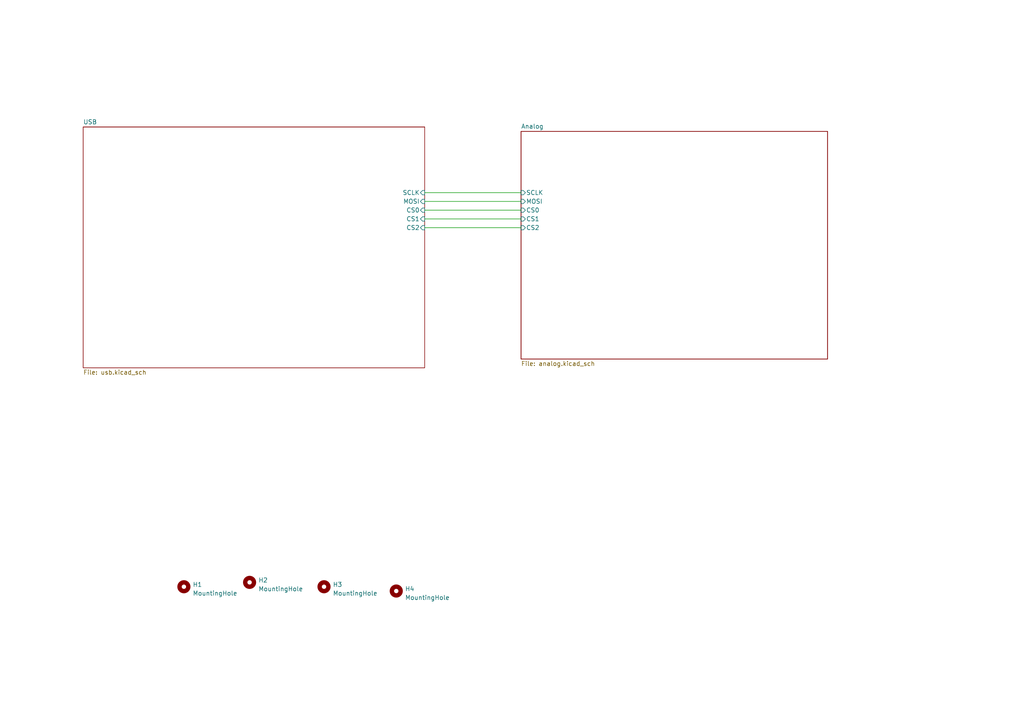
<source format=kicad_sch>
(kicad_sch (version 20230121) (generator eeschema)
  (paper "A4")
  (title_block (title "cpumeter") (date "2023-05-07") (rev "v02") (comment 3 "License CC BY 4.0") (comment 4 "Jonas Berg"))
  (lib_symbols
    (symbol "Mechanical:MountingHole" (pin_names (offset 1.016))
      (property "Reference" "H" (at 0 5.08 0))
      (property "Value" "MountingHole" (at 0 3.175 0))
      (symbol "MountingHole_0_1"
        (circle (center 0 0) (radius 1.27) (stroke (width 1.27)))
      )
    )
  )
  (wire (pts (xy 123.19 60.96) (xy 151.13 60.96)))
  (wire (pts (xy 123.19 63.5) (xy 151.13 63.5)))
  (wire (pts (xy 123.19 55.88) (xy 151.13 55.88)))
  (wire (pts (xy 123.19 58.42) (xy 151.13 58.42)))
  (wire (pts (xy 123.19 66.04) (xy 151.13 66.04)))
  (symbol (lib_id "Mechanical:MountingHole") (at 72.39 168.91 0) (unit 1)
    (property "Reference" "H2" (at 74.93 168.275 0) (effects (justify left)))
    (property "Value" "MountingHole" (at 74.93 170.815 0) (effects (justify left)))
    (property "Footprint" "MountingHole:MountingHole_3.2mm_M3" (effects hide))
  )
  (symbol (lib_id "Mechanical:MountingHole") (at 53.34 170.18 0) (unit 1)
    (property "Reference" "H1" (at 55.88 169.545 0) (effects (justify left)))
    (property "Value" "MountingHole" (at 55.88 172.085 0) (effects (justify left)))
    (property "Footprint" "MountingHole:MountingHole_3.2mm_M3" (effects hide))
  )
  (symbol (lib_id "Mechanical:MountingHole") (at 93.98 170.18 0) (unit 1)
    (property "Reference" "H3" (at 96.52 169.545 0) (effects (justify left)))
    (property "Value" "MountingHole" (at 96.52 172.085 0) (effects (justify left)))
    (property "Footprint" "MountingHole:MountingHole_3.2mm_M3" (effects hide))
  )
  (symbol (lib_id "Mechanical:MountingHole") (at 114.9307 171.4228 0) (unit 1)
    (property "Reference" "H4" (at 117.4707 170.7878 0) (effects (justify left)))
    (property "Value" "MountingHole" (at 117.4707 173.3278 0) (effects (justify left)))
    (property "Footprint" "MountingHole:MountingHole_3.2mm_M3" (effects hide))
  )
  (sheet (at 151.13 38.1) (size 88.9 66.04) (stroke (width 0.1524))
    (property "Sheetname" "Analog" (at 151.13 37.3884 0) (effects (justify left bottom)))
    (property "Sheetfile" "analog.kicad_sch" (at 151.13 104.7246 0) (effects (justify left top)))
    (pin "CS1" input (at 151.13 63.5 180))
    (pin "CS2" input (at 151.13 66.04 180))
    (pin "SCLK" input (at 151.13 55.88 180))
    (pin "MOSI" input (at 151.13 58.42 180))
    (pin "CS0" input (at 151.13 60.96 180))
  )
  (sheet (at 24.13 36.83) (size 99.06 69.85) (stroke (width 0.1524))
    (property "Sheetname" "USB" (at 24.13 36.1184 0) (effects (justify left bottom)))
    (property "Sheetfile" "usb.kicad_sch" (at 24.13 107.2646 0) (effects (justify left top)))
    (pin "SCLK" input (at 123.19 55.88 0))
    (pin "MOSI" input (at 123.19 58.42 0))
    (pin "CS0" input (at 123.19 60.96 0))
    (pin "CS1" input (at 123.19 63.5 0))
    (pin "CS2" input (at 123.19 66.04 0))
  )
)
</source>
